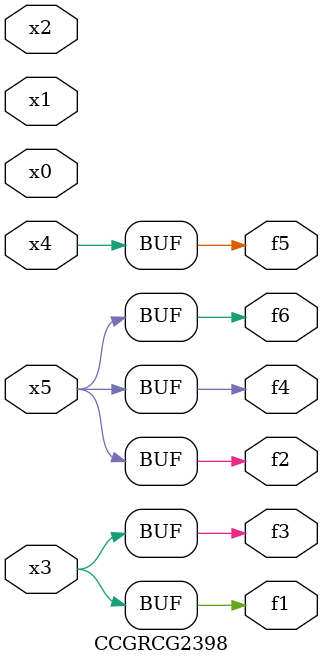
<source format=v>
module CCGRCG2398(
	input x0, x1, x2, x3, x4, x5,
	output f1, f2, f3, f4, f5, f6
);
	assign f1 = x3;
	assign f2 = x5;
	assign f3 = x3;
	assign f4 = x5;
	assign f5 = x4;
	assign f6 = x5;
endmodule

</source>
